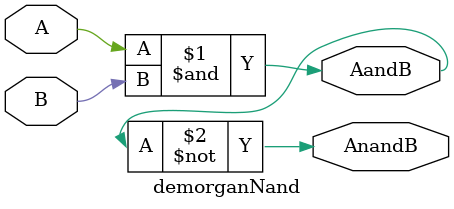
<source format=v>
module demorganNand
(
  input  A,          // Single bit inputs
  input  B,
  output AandB,         
  output AnandB     // Single bit output, ~(A*B)
);

  wire AandB;
  and andgate(AandB, A, B);
  not ABinv(AnandB, AandB);

endmodule

</source>
